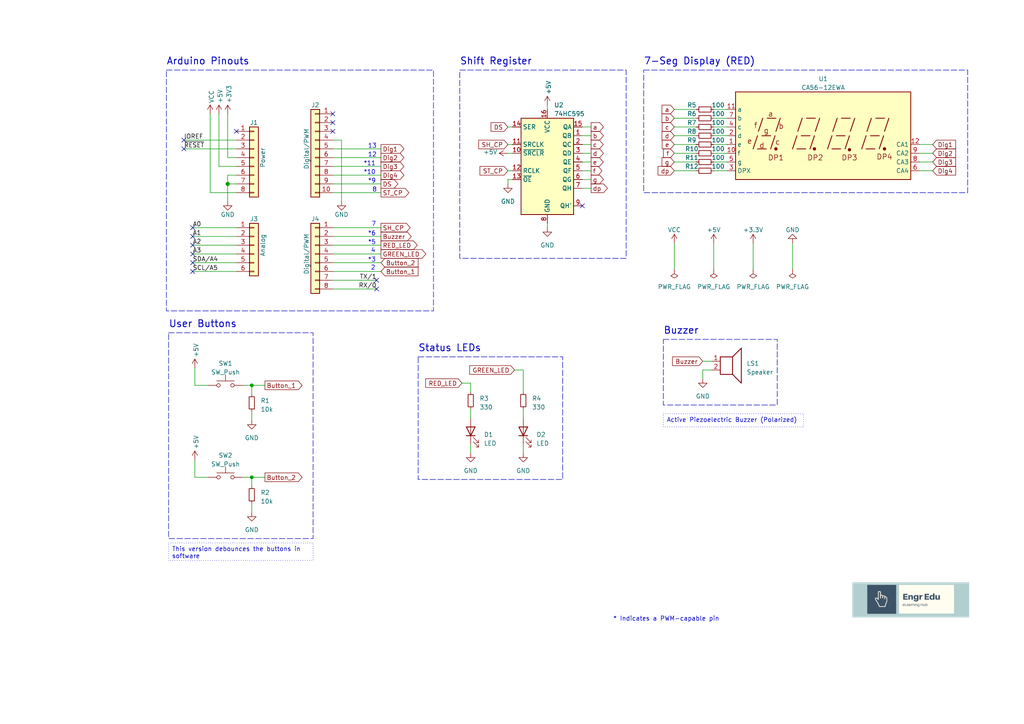
<source format=kicad_sch>
(kicad_sch (version 20230121) (generator eeschema)
  (paper "A4")
  (title_block (title "Arduino Uno Shield") (date "2023-03-22") (rev "1.0"))
  (lib_symbols
    (symbol "+5V_3" (power) (pin_names (offset 0))
      (property "Value" "+5V_3" (at 0 3.556 0))
      (symbol "+5V_3_0_1"
        (polyline (pts (xy -0.762 1.27) (xy 0 2.54)))
        (polyline (pts (xy 0 0) (xy 0 2.54)))
        (polyline (pts (xy 0 2.54) (xy 0.762 1.27)))
      )
      (symbol "+5V_3_1_1"
        (pin power_in line (at 0 0 90) (length 0) hide (name "+5V") (number "1"))
      )
    )
    (symbol "74xx:74HC595"
      (property "Reference" "U" (at -7.62 13.97 0))
      (property "Value" "74HC595" (at -7.62 -16.51 0))
      (symbol "74HC595_1_0"
        (pin tri_state line (at 10.16 7.62 180) (length 2.54) (name "QB") (number "1"))
        (pin input line (at -10.16 2.54 0) (length 2.54) (name "~{SRCLR}") (number "10"))
        (pin input line (at -10.16 5.08 0) (length 2.54) (name "SRCLK") (number "11"))
        (pin input line (at -10.16 -2.54 0) (length 2.54) (name "RCLK") (number "12"))
        (pin input line (at -10.16 -5.08 0) (length 2.54) (name "~{OE}") (number "13"))
        (pin input line (at -10.16 10.16 0) (length 2.54) (name "SER") (number "14"))
        (pin tri_state line (at 10.16 10.16 180) (length 2.54) (name "QA") (number "15"))
        (pin power_in line (at 0 15.24 270) (length 2.54) (name "VCC") (number "16"))
        (pin tri_state line (at 10.16 5.08 180) (length 2.54) (name "QC") (number "2"))
        (pin tri_state line (at 10.16 2.54 180) (length 2.54) (name "QD") (number "3"))
        (pin tri_state line (at 10.16 0 180) (length 2.54) (name "QE") (number "4"))
        (pin tri_state line (at 10.16 -2.54 180) (length 2.54) (name "QF") (number "5"))
        (pin tri_state line (at 10.16 -5.08 180) (length 2.54) (name "QG") (number "6"))
        (pin tri_state line (at 10.16 -7.62 180) (length 2.54) (name "QH") (number "7"))
        (pin power_in line (at 0 -17.78 90) (length 2.54) (name "GND") (number "8"))
        (pin output line (at 10.16 -12.7 180) (length 2.54) (name "QH'") (number "9"))
      )
      (symbol "74HC595_1_1"
        (rectangle (start -7.62 12.7) (end 7.62 -15.24) (stroke (width 0.254)) (fill (type background)))
      )
    )
    (symbol "Connector_Generic:Conn_01x06" (pin_names (offset 1.016) hide)
      (property "Reference" "J" (at 0 7.62 0))
      (property "Value" "Conn_01x06" (at 0 -10.16 0))
      (symbol "Conn_01x06_1_1"
        (rectangle (start -1.27 -7.493) (end 0 -7.747) (stroke (width 0.1524)))
        (rectangle (start -1.27 -4.953) (end 0 -5.207) (stroke (width 0.1524)))
        (rectangle (start -1.27 -2.413) (end 0 -2.667) (stroke (width 0.1524)))
        (rectangle (start -1.27 0.127) (end 0 -0.127) (stroke (width 0.1524)))
        (rectangle (start -1.27 2.667) (end 0 2.413) (stroke (width 0.1524)))
        (rectangle (start -1.27 5.207) (end 0 4.953) (stroke (width 0.1524)))
        (rectangle (start -1.27 6.35) (end 1.27 -8.89) (stroke (width 0.254)) (fill (type background)))
        (pin passive line (at -5.08 5.08 0) (length 3.81) (name "Pin_1") (number "1"))
        (pin passive line (at -5.08 2.54 0) (length 3.81) (name "Pin_2") (number "2"))
        (pin passive line (at -5.08 0 0) (length 3.81) (name "Pin_3") (number "3"))
        (pin passive line (at -5.08 -2.54 0) (length 3.81) (name "Pin_4") (number "4"))
        (pin passive line (at -5.08 -5.08 0) (length 3.81) (name "Pin_5") (number "5"))
        (pin passive line (at -5.08 -7.62 0) (length 3.81) (name "Pin_6") (number "6"))
      )
    )
    (symbol "Connector_Generic:Conn_01x08" (pin_names (offset 1.016) hide)
      (property "Reference" "J" (at 0 10.16 0))
      (property "Value" "Conn_01x08" (at 0 -12.7 0))
      (symbol "Conn_01x08_1_1"
        (rectangle (start -1.27 -10.033) (end 0 -10.287) (stroke (width 0.1524)))
        (rectangle (start -1.27 -7.493) (end 0 -7.747) (stroke (width 0.1524)))
        (rectangle (start -1.27 -4.953) (end 0 -5.207) (stroke (width 0.1524)))
        (rectangle (start -1.27 -2.413) (end 0 -2.667) (stroke (width 0.1524)))
        (rectangle (start -1.27 0.127) (end 0 -0.127) (stroke (width 0.1524)))
        (rectangle (start -1.27 2.667) (end 0 2.413) (stroke (width 0.1524)))
        (rectangle (start -1.27 5.207) (end 0 4.953) (stroke (width 0.1524)))
        (rectangle (start -1.27 7.747) (end 0 7.493) (stroke (width 0.1524)))
        (rectangle (start -1.27 8.89) (end 1.27 -11.43) (stroke (width 0.254)) (fill (type background)))
        (pin passive line (at -5.08 7.62 0) (length 3.81) (name "Pin_1") (number "1"))
        (pin passive line (at -5.08 5.08 0) (length 3.81) (name "Pin_2") (number "2"))
        (pin passive line (at -5.08 2.54 0) (length 3.81) (name "Pin_3") (number "3"))
        (pin passive line (at -5.08 0 0) (length 3.81) (name "Pin_4") (number "4"))
        (pin passive line (at -5.08 -2.54 0) (length 3.81) (name "Pin_5") (number "5"))
        (pin passive line (at -5.08 -5.08 0) (length 3.81) (name "Pin_6") (number "6"))
        (pin passive line (at -5.08 -7.62 0) (length 3.81) (name "Pin_7") (number "7"))
        (pin passive line (at -5.08 -10.16 0) (length 3.81) (name "Pin_8") (number "8"))
      )
    )
    (symbol "Connector_Generic:Conn_01x10" (pin_names (offset 1.016) hide)
      (property "Reference" "J" (at 0 12.7 0))
      (property "Value" "Conn_01x10" (at 0 -15.24 0))
      (symbol "Conn_01x10_1_1"
        (rectangle (start -1.27 -12.573) (end 0 -12.827) (stroke (width 0.1524)))
        (rectangle (start -1.27 -10.033) (end 0 -10.287) (stroke (width 0.1524)))
        (rectangle (start -1.27 -7.493) (end 0 -7.747) (stroke (width 0.1524)))
        (rectangle (start -1.27 -4.953) (end 0 -5.207) (stroke (width 0.1524)))
        (rectangle (start -1.27 -2.413) (end 0 -2.667) (stroke (width 0.1524)))
        (rectangle (start -1.27 0.127) (end 0 -0.127) (stroke (width 0.1524)))
        (rectangle (start -1.27 2.667) (end 0 2.413) (stroke (width 0.1524)))
        (rectangle (start -1.27 5.207) (end 0 4.953) (stroke (width 0.1524)))
        (rectangle (start -1.27 7.747) (end 0 7.493) (stroke (width 0.1524)))
        (rectangle (start -1.27 10.287) (end 0 10.033) (stroke (width 0.1524)))
        (rectangle (start -1.27 11.43) (end 1.27 -13.97) (stroke (width 0.254)) (fill (type background)))
        (pin passive line (at -5.08 10.16 0) (length 3.81) (name "Pin_1") (number "1"))
        (pin passive line (at -5.08 -12.7 0) (length 3.81) (name "Pin_10") (number "10"))
        (pin passive line (at -5.08 7.62 0) (length 3.81) (name "Pin_2") (number "2"))
        (pin passive line (at -5.08 5.08 0) (length 3.81) (name "Pin_3") (number "3"))
        (pin passive line (at -5.08 2.54 0) (length 3.81) (name "Pin_4") (number "4"))
        (pin passive line (at -5.08 0 0) (length 3.81) (name "Pin_5") (number "5"))
        (pin passive line (at -5.08 -2.54 0) (length 3.81) (name "Pin_6") (number "6"))
        (pin passive line (at -5.08 -5.08 0) (length 3.81) (name "Pin_7") (number "7"))
        (pin passive line (at -5.08 -7.62 0) (length 3.81) (name "Pin_8") (number "8"))
        (pin passive line (at -5.08 -10.16 0) (length 3.81) (name "Pin_9") (number "9"))
      )
    )
    (symbol "Device:LED" (pin_numbers hide) (pin_names (offset 1.016) hide)
      (property "Reference" "D" (at 0 2.54 0))
      (property "Value" "LED" (at 0 -2.54 0))
      (symbol "LED_0_1"
        (polyline (pts (xy -1.27 -1.27) (xy -1.27 1.27)) (stroke (width 0.254)))
        (polyline (pts (xy -1.27 0) (xy 1.27 0)))
        (polyline (pts (xy 1.27 -1.27) (xy 1.27 1.27) (xy -1.27 0) (xy 1.27 -1.27)) (stroke (width 0.254)))
        (polyline (pts (xy -3.048 -0.762) (xy -4.572 -2.286) (xy -3.81 -2.286) (xy -4.572 -2.286) (xy -4.572 -1.524)))
        (polyline (pts (xy -1.778 -0.762) (xy -3.302 -2.286) (xy -2.54 -2.286) (xy -3.302 -2.286) (xy -3.302 -1.524)))
      )
      (symbol "LED_1_1"
        (pin passive line (at -3.81 0 0) (length 2.54) (name "K") (number "1"))
        (pin passive line (at 3.81 0 180) (length 2.54) (name "A") (number "2"))
      )
    )
    (symbol "Device:R_Small" (pin_numbers hide) (pin_names (offset 0.254) hide)
      (property "Reference" "R" (at 0.762 0.508 0))
      (property "Value" "R_Small" (at 0.762 -1.016 0))
      (symbol "R_Small_0_1"
        (rectangle (start -0.762 1.778) (end 0.762 -1.778) (stroke (width 0.2032)))
      )
      (symbol "R_Small_1_1"
        (pin passive line (at 0 2.54 270) (length 0.762) (name "~") (number "1"))
        (pin passive line (at 0 -2.54 90) (length 0.762) (name "~") (number "2"))
      )
    )
    (symbol "Device:Speaker" (pin_names (offset 0) hide)
      (property "Reference" "LS" (at 1.27 5.715 0))
      (property "Value" "Speaker" (at 1.27 3.81 0))
      (symbol "Speaker_0_0"
        (rectangle (start -2.54 1.27) (end 1.016 -3.81) (stroke (width 0.254)))
        (polyline (pts (xy 1.016 1.27) (xy 3.556 3.81) (xy 3.556 -6.35) (xy 1.016 -3.81)) (stroke (width 0.254)))
      )
      (symbol "Speaker_1_1"
        (pin input line (at -5.08 0 0) (length 2.54) (name "1") (number "1"))
        (pin input line (at -5.08 -2.54 0) (length 2.54) (name "2") (number "2"))
      )
    )
    (symbol "Display_Character:CA56-12EWA"
      (property "Reference" "U" (at -24.13 13.97 0))
      (property "Value" "CA56-12EWA" (at 19.05 13.97 0))
      (symbol "CA56-12EWA_0_0"
        (rectangle (start -25.4 12.7) (end 25.4 -12.7) (stroke (width 0.254)) (fill (type background)))
        (polyline (pts (xy -20.32 -3.81) (xy -19.05 0)) (stroke (width 0.254)))
        (polyline (pts (xy -19.05 -3.81) (xy -16.51 -3.81)) (stroke (width 0.254)))
        (polyline (pts (xy -18.796 1.27) (xy -17.526 5.08)) (stroke (width 0.254)))
        (polyline (pts (xy -17.78 0) (xy -15.24 0)) (stroke (width 0.254)))
        (polyline (pts (xy -16.256 5.08) (xy -13.716 5.08)) (stroke (width 0.254)))
        (polyline (pts (xy -15.24 -3.81) (xy -13.97 0)) (stroke (width 0.254)))
        (polyline (pts (xy -13.716 1.27) (xy -12.446 5.08)) (stroke (width 0.254)))
        (polyline (pts (xy -8.89 -3.81) (xy -7.62 0)) (stroke (width 0.254)))
        (polyline (pts (xy -7.62 -3.81) (xy -5.08 -3.81)) (stroke (width 0.254)))
        (polyline (pts (xy -7.366 1.27) (xy -6.096 5.08)) (stroke (width 0.254)))
        (polyline (pts (xy -6.35 0) (xy -3.81 0)) (stroke (width 0.254)))
        (polyline (pts (xy -4.826 5.08) (xy -2.286 5.08)) (stroke (width 0.254)))
        (polyline (pts (xy -3.81 -3.81) (xy -2.54 0)) (stroke (width 0.254)))
        (polyline (pts (xy -2.286 1.27) (xy -1.016 5.08)) (stroke (width 0.254)))
        (polyline (pts (xy 1.27 -3.81) (xy 2.54 0)) (stroke (width 0.254)))
        (polyline (pts (xy 2.54 -3.81) (xy 5.08 -3.81)) (stroke (width 0.254)))
        (polyline (pts (xy 2.794 1.27) (xy 4.064 5.08)) (stroke (width 0.254)))
        (polyline (pts (xy 3.81 0) (xy 6.35 0)) (stroke (width 0.254)))
        (polyline (pts (xy 5.334 5.08) (xy 7.874 5.08)) (stroke (width 0.254)))
        (polyline (pts (xy 6.35 -3.81) (xy 7.62 0)) (stroke (width 0.254)))
        (polyline (pts (xy 7.874 1.27) (xy 9.144 5.08)) (stroke (width 0.254)))
        (polyline (pts (xy 11.176 -3.81) (xy 12.446 0)) (stroke (width 0.254)))
        (polyline (pts (xy 12.446 -3.81) (xy 14.986 -3.81)) (stroke (width 0.254)))
        (polyline (pts (xy 12.7 1.27) (xy 13.97 5.08)) (stroke (width 0.254)))
        (polyline (pts (xy 13.716 0) (xy 16.256 0)) (stroke (width 0.254)))
        (polyline (pts (xy 15.24 5.08) (xy 17.78 5.08)) (stroke (width 0.254)))
        (polyline (pts (xy 16.256 -3.81) (xy 17.526 0)) (stroke (width 0.254)))
        (polyline (pts (xy 17.78 1.27) (xy 19.05 5.08)) (stroke (width 0.254)))
        (text "a" (at -15.24 6.35 0) (effects (font (size 1.524 1.524))))
        (text "b" (at -12.192 2.794 0) (effects (font (size 1.524 1.524))))
        (text "c" (at -13.208 -1.778 0) (effects (font (size 1.524 1.524))))
        (text "d" (at -17.78 -2.794 0) (effects (font (size 1.524 1.524))))
        (text "DP1" (at -13.716 -6.35 0) (effects (font (size 1.524 1.524))))
        (text "DP2" (at -2.286 -6.35 0) (effects (font (size 1.524 1.524))))
        (text "DP3" (at 7.62 -6.35 0) (effects (font (size 1.524 1.524))))
        (text "DP4" (at 17.78 -6.096 0) (effects (font (size 1.524 1.524))))
        (text "e" (at -21.336 -1.524 0) (effects (font (size 1.524 1.524))))
        (text "f" (at -19.558 3.048 0) (effects (font (size 1.524 1.524))))
        (text "g" (at -16.51 1.524 0) (effects (font (size 1.524 1.524))))
      )
      (symbol "CA56-12EWA_0_1"
        (circle (center -13.716 -3.81) (radius 0.3556) (stroke (width 0.254)) (fill (type outline)))
        (circle (center -2.54 -3.81) (radius 0.3556) (stroke (width 0.254)) (fill (type outline)))
      )
      (symbol "CA56-12EWA_1_0"
        (circle (center 7.62 -4.064) (radius 0.3556) (stroke (width 0.254)) (fill (type outline)))
        (circle (center 17.78 -3.81) (radius 0.3556) (stroke (width 0.254)) (fill (type outline)))
      )
      (symbol "CA56-12EWA_1_1"
        (pin input line (at -27.94 -2.54 0) (length 2.54) (name "e") (number "1"))
        (pin input line (at -27.94 -5.08 0) (length 2.54) (name "f") (number "10"))
        (pin input line (at -27.94 7.62 0) (length 2.54) (name "a") (number "11"))
        (pin input line (at 27.94 -2.54 180) (length 2.54) (name "CA1") (number "12"))
        (pin input line (at -27.94 0 0) (length 2.54) (name "d") (number "2"))
        (pin input line (at -27.94 -10.16 0) (length 2.54) (name "DPX") (number "3"))
        (pin input line (at -27.94 2.54 0) (length 2.54) (name "c") (number "4"))
        (pin input line (at -27.94 -7.62 0) (length 2.54) (name "g") (number "5"))
        (pin input line (at 27.94 -10.16 180) (length 2.54) (name "CA4") (number "6"))
        (pin input line (at -27.94 5.08 0) (length 2.54) (name "b") (number "7"))
        (pin input line (at 27.94 -7.62 180) (length 2.54) (name "CA3") (number "8"))
        (pin input line (at 27.94 -5.08 180) (length 2.54) (name "CA2") (number "9"))
      )
    )
    (symbol "GND_1" (power) (pin_names (offset 0))
      (property "Value" "GND_1" (at 0 -3.81 0))
      (symbol "GND_1_0_1"
        (polyline (pts (xy 0 0) (xy 0 -1.27) (xy 1.27 -1.27) (xy 0 -2.54) (xy -1.27 -1.27) (xy 0 -1.27)))
      )
      (symbol "GND_1_1_1"
        (pin power_in line (at 0 0 270) (length 0) hide (name "GND") (number "1"))
      )
    )
    (symbol "GND_2" (power) (pin_names (offset 0))
      (property "Value" "GND_2" (at 0 -3.81 0))
      (symbol "GND_2_0_1"
        (polyline (pts (xy 0 0) (xy 0 -1.27) (xy 1.27 -1.27) (xy 0 -2.54) (xy -1.27 -1.27) (xy 0 -1.27)))
      )
      (symbol "GND_2_1_1"
        (pin power_in line (at 0 0 270) (length 0) hide (name "GND") (number "1"))
      )
    )
    (symbol "GND_3" (power) (pin_names (offset 0))
      (property "Value" "GND_3" (at 0 -3.81 0))
      (symbol "GND_3_0_1"
        (polyline (pts (xy 0 0) (xy 0 -1.27) (xy 1.27 -1.27) (xy 0 -2.54) (xy -1.27 -1.27) (xy 0 -1.27)))
      )
      (symbol "GND_3_1_1"
        (pin power_in line (at 0 0 270) (length 0) hide (name "GND") (number "1"))
      )
    )
    (symbol "GND_7" (power) (pin_names (offset 0))
      (property "Value" "GND_7" (at 0 -3.81 0))
      (symbol "GND_7_0_1"
        (polyline (pts (xy 0 0) (xy 0 -1.27) (xy 1.27 -1.27) (xy 0 -2.54) (xy -1.27 -1.27) (xy 0 -1.27)))
      )
      (symbol "GND_7_1_1"
        (pin power_in line (at 0 0 270) (length 0) hide (name "GND") (number "1"))
      )
    )
    (symbol "Switch:SW_Push" (pin_numbers hide) (pin_names (offset 1.016) hide)
      (property "Reference" "SW" (at 1.27 2.54 0))
      (property "Value" "SW_Push" (at 0 -1.524 0))
      (symbol "SW_Push_0_1"
        (circle (center -2.032 0) (radius 0.508))
        (polyline (pts (xy 0 1.27) (xy 0 3.048)))
        (polyline (pts (xy 2.54 1.27) (xy -2.54 1.27)))
        (circle (center 2.032 0) (radius 0.508))
        (pin passive line (at -5.08 0 0) (length 2.54) (name "1") (number "1"))
        (pin passive line (at 5.08 0 180) (length 2.54) (name "2") (number "2"))
      )
    )
    (symbol "VCC_1" (power) (pin_names (offset 0))
      (property "Value" "VCC_1" (at 0 3.81 0))
      (symbol "VCC_1_0_1"
        (polyline (pts (xy -0.762 1.27) (xy 0 2.54)))
        (polyline (pts (xy 0 0) (xy 0 2.54)))
        (polyline (pts (xy 0 2.54) (xy 0.762 1.27)))
      )
      (symbol "VCC_1_1_1"
        (pin power_in line (at 0 0 90) (length 0) hide (name "VCC") (number "1"))
      )
    )
    (symbol "power:+3.3V" (power) (pin_names (offset 0))
      (property "Value" "+3.3V" (at 0 3.556 0))
      (symbol "+3.3V_0_1"
        (polyline (pts (xy -0.762 1.27) (xy 0 2.54)))
        (polyline (pts (xy 0 0) (xy 0 2.54)))
        (polyline (pts (xy 0 2.54) (xy 0.762 1.27)))
      )
      (symbol "+3.3V_1_1"
        (pin power_in line (at 0 0 90) (length 0) hide (name "+3.3V") (number "1"))
      )
    )
    (symbol "power:+3V3" (power) (pin_names (offset 0))
      (property "Value" "+3V3" (at 0 3.556 0))
      (symbol "+3V3_0_1"
        (polyline (pts (xy -0.762 1.27) (xy 0 2.54)))
        (polyline (pts (xy 0 0) (xy 0 2.54)))
        (polyline (pts (xy 0 2.54) (xy 0.762 1.27)))
      )
      (symbol "+3V3_1_1"
        (pin power_in line (at 0 0 90) (length 0) hide (name "+3V3") (number "1"))
      )
    )
    (symbol "power:+5V" (power) (pin_names (offset 0))
      (property "Value" "+5V" (at 0 3.556 0))
      (symbol "+5V_0_1"
        (polyline (pts (xy -0.762 1.27) (xy 0 2.54)))
        (polyline (pts (xy 0 0) (xy 0 2.54)))
        (polyline (pts (xy 0 2.54) (xy 0.762 1.27)))
      )
      (symbol "+5V_1_1"
        (pin power_in line (at 0 0 90) (length 0) hide (name "+5V") (number "1"))
      )
    )
    (symbol "power:GND" (power) (pin_names (offset 0))
      (property "Value" "GND" (at 0 -3.81 0))
      (symbol "GND_0_1"
        (polyline (pts (xy 0 0) (xy 0 -1.27) (xy 1.27 -1.27) (xy 0 -2.54) (xy -1.27 -1.27) (xy 0 -1.27)))
      )
      (symbol "GND_1_1"
        (pin power_in line (at 0 0 270) (length 0) hide (name "GND") (number "1"))
      )
    )
    (symbol "power:PWR_FLAG" (power) (pin_numbers hide) (pin_names (offset 0) hide)
      (property "Value" "PWR_FLAG" (at 0 3.81 0))
      (symbol "PWR_FLAG_0_0"
        (pin power_out line (at 0 0 90) (length 0) (name "pwr") (number "1"))
      )
      (symbol "PWR_FLAG_0_1"
        (polyline (pts (xy 0 0) (xy 0 1.27) (xy -1.016 1.905) (xy 0 2.54) (xy 1.016 1.905) (xy 0 1.27)))
      )
    )
    (symbol "power:VCC" (power) (pin_names (offset 0))
      (property "Value" "VCC" (at 0 3.81 0))
      (symbol "VCC_0_1"
        (polyline (pts (xy -0.762 1.27) (xy 0 2.54)))
        (polyline (pts (xy 0 0) (xy 0 2.54)))
        (polyline (pts (xy 0 2.54) (xy 0.762 1.27)))
      )
      (symbol "VCC_1_1"
        (pin power_in line (at 0 0 90) (length 0) hide (name "VCC") (number "1"))
      )
    )
  )
  (junction (at 66.04 53.34) (diameter 1.016))
  (junction (at 73.025 138.43))
  (junction (at 73.025 111.76))
  (no_connect (at 96.52 33.02))
  (no_connect (at 96.52 38.1))
  (no_connect (at 53.34 43.18))
  (no_connect (at 55.88 78.74))
  (no_connect (at 168.91 59.69))
  (no_connect (at 68.58 38.1))
  (no_connect (at 55.88 71.12))
  (no_connect (at 55.88 76.2))
  (no_connect (at 55.88 73.66))
  (no_connect (at 55.88 68.58))
  (no_connect (at 109.22 83.82))
  (no_connect (at 53.34 40.64))
  (no_connect (at 109.22 81.28))
  (no_connect (at 96.52 35.56))
  (no_connect (at 55.88 66.04))
  (wire (pts (xy 96.52 83.82) (xy 109.22 83.82)))
  (wire (pts (xy 158.75 64.77) (xy 158.75 66.04)))
  (wire (pts (xy 96.52 50.8) (xy 110.49 50.8)))
  (wire (pts (xy 207.01 70.485) (xy 207.01 78.105)))
  (wire (pts (xy 73.025 138.43) (xy 73.025 140.97)))
  (wire (pts (xy 207.01 36.83) (xy 210.82 36.83)))
  (wire (pts (xy 66.04 50.8) (xy 66.04 53.34)))
  (wire (pts (xy 203.835 107.315) (xy 203.835 109.855)))
  (wire (pts (xy 168.91 36.83) (xy 171.45 36.83)))
  (wire (pts (xy 73.025 138.43) (xy 76.835 138.43)))
  (wire (pts (xy 60.325 111.76) (xy 56.515 111.76)))
  (wire (pts (xy 218.44 70.485) (xy 218.44 78.105)))
  (wire (pts (xy 73.025 111.76) (xy 73.025 114.3)))
  (wire (pts (xy 66.04 53.34) (xy 66.04 58.42)))
  (wire (pts (xy 136.525 118.745) (xy 136.525 121.285)))
  (wire (pts (xy 63.5 48.26) (xy 68.58 48.26)))
  (wire (pts (xy 147.32 41.91) (xy 148.59 41.91)))
  (wire (pts (xy 63.5 33.02) (xy 63.5 48.26)))
  (wire (pts (xy 55.88 78.74) (xy 68.58 78.74)))
  (wire (pts (xy 96.52 43.18) (xy 110.49 43.18)))
  (wire (pts (xy 96.52 66.04) (xy 110.49 66.04)))
  (wire (pts (xy 195.58 36.83) (xy 201.93 36.83)))
  (wire (pts (xy 203.835 104.775) (xy 206.375 104.775)))
  (wire (pts (xy 68.58 66.04) (xy 55.88 66.04)))
  (wire (pts (xy 266.7 44.45) (xy 270.51 44.45)))
  (wire (pts (xy 96.52 45.72) (xy 110.49 45.72)))
  (wire (pts (xy 151.765 107.315) (xy 151.765 113.665)))
  (wire (pts (xy 96.52 68.58) (xy 110.49 68.58)))
  (wire (pts (xy 195.58 34.29) (xy 201.93 34.29)))
  (wire (pts (xy 148.59 52.07) (xy 147.32 52.07)))
  (wire (pts (xy 151.765 118.745) (xy 151.765 121.285)))
  (wire (pts (xy 195.58 41.91) (xy 201.93 41.91)))
  (wire (pts (xy 158.75 30.48) (xy 158.75 31.75)))
  (wire (pts (xy 96.52 53.34) (xy 110.49 53.34)))
  (wire (pts (xy 149.225 107.315) (xy 151.765 107.315)))
  (wire (pts (xy 96.52 73.66) (xy 110.49 73.66)))
  (wire (pts (xy 195.58 44.45) (xy 201.93 44.45)))
  (wire (pts (xy 53.34 40.64) (xy 68.58 40.64)))
  (wire (pts (xy 147.32 36.83) (xy 148.59 36.83)))
  (wire (pts (xy 207.01 31.75) (xy 210.82 31.75)))
  (wire (pts (xy 73.025 111.76) (xy 76.835 111.76)))
  (wire (pts (xy 151.765 128.905) (xy 151.765 131.445)))
  (wire (pts (xy 168.91 49.53) (xy 171.45 49.53)))
  (wire (pts (xy 266.7 46.99) (xy 270.51 46.99)))
  (wire (pts (xy 99.06 40.64) (xy 99.06 58.42)))
  (wire (pts (xy 147.32 44.45) (xy 148.59 44.45)))
  (wire (pts (xy 207.01 39.37) (xy 210.82 39.37)))
  (wire (pts (xy 70.485 111.76) (xy 73.025 111.76)))
  (wire (pts (xy 68.58 71.12) (xy 55.88 71.12)))
  (wire (pts (xy 53.34 43.18) (xy 68.58 43.18)))
  (wire (pts (xy 68.58 53.34) (xy 66.04 53.34)))
  (wire (pts (xy 195.58 49.53) (xy 201.93 49.53)))
  (wire (pts (xy 206.375 107.315) (xy 203.835 107.315)))
  (wire (pts (xy 68.58 55.88) (xy 60.96 55.88)))
  (wire (pts (xy 55.88 68.58) (xy 68.58 68.58)))
  (wire (pts (xy 147.32 52.07) (xy 147.32 53.34)))
  (wire (pts (xy 207.01 46.99) (xy 210.82 46.99)))
  (wire (pts (xy 168.91 41.91) (xy 171.45 41.91)))
  (wire (pts (xy 207.01 34.29) (xy 210.82 34.29)))
  (wire (pts (xy 195.58 39.37) (xy 201.93 39.37)))
  (wire (pts (xy 207.01 44.45) (xy 210.82 44.45)))
  (wire (pts (xy 195.58 70.485) (xy 195.58 78.105)))
  (wire (pts (xy 96.52 40.64) (xy 99.06 40.64)))
  (wire (pts (xy 68.58 50.8) (xy 66.04 50.8)))
  (wire (pts (xy 73.025 119.38) (xy 73.025 121.92)))
  (wire (pts (xy 168.91 44.45) (xy 171.45 44.45)))
  (wire (pts (xy 96.52 48.26) (xy 110.49 48.26)))
  (wire (pts (xy 266.7 49.53) (xy 270.51 49.53)))
  (wire (pts (xy 168.91 46.99) (xy 171.45 46.99)))
  (wire (pts (xy 56.515 111.76) (xy 56.515 106.68)))
  (wire (pts (xy 168.91 39.37) (xy 171.45 39.37)))
  (wire (pts (xy 96.52 71.12) (xy 110.49 71.12)))
  (wire (pts (xy 73.025 146.05) (xy 73.025 148.59)))
  (wire (pts (xy 55.88 73.66) (xy 68.58 73.66)))
  (wire (pts (xy 195.58 31.75) (xy 201.93 31.75)))
  (wire (pts (xy 195.58 46.99) (xy 201.93 46.99)))
  (wire (pts (xy 136.525 111.125) (xy 136.525 113.665)))
  (wire (pts (xy 136.525 128.905) (xy 136.525 131.445)))
  (wire (pts (xy 56.515 138.43) (xy 56.515 133.35)))
  (wire (pts (xy 66.04 45.72) (xy 66.04 33.02)))
  (wire (pts (xy 96.52 78.74) (xy 110.49 78.74)))
  (wire (pts (xy 207.01 41.91) (xy 210.82 41.91)))
  (wire (pts (xy 96.52 76.2) (xy 110.49 76.2)))
  (wire (pts (xy 168.91 54.61) (xy 171.45 54.61)))
  (wire (pts (xy 229.87 70.485) (xy 229.87 78.105)))
  (wire (pts (xy 266.7 41.91) (xy 270.51 41.91)))
  (wire (pts (xy 60.325 138.43) (xy 56.515 138.43)))
  (wire (pts (xy 147.32 49.53) (xy 148.59 49.53)))
  (wire (pts (xy 70.485 138.43) (xy 73.025 138.43)))
  (wire (pts (xy 96.52 81.28) (xy 109.22 81.28)))
  (wire (pts (xy 60.96 55.88) (xy 60.96 33.02)))
  (wire (pts (xy 133.985 111.125) (xy 136.525 111.125)))
  (wire (pts (xy 68.58 45.72) (xy 66.04 45.72)))
  (wire (pts (xy 68.58 76.2) (xy 55.88 76.2)))
  (wire (pts (xy 168.91 52.07) (xy 171.45 52.07)))
  (wire (pts (xy 96.52 55.88) (xy 110.49 55.88)))
  (wire (pts (xy 207.01 49.53) (xy 210.82 49.53)))
  (rectangle (start 121.285 103.505) (end 163.195 139.065) (stroke (width 0) (type dash)))
  (rectangle (start 192.405 98.425) (end 225.425 117.475) (stroke (width 0) (type dash)))
  (rectangle (start 48.26 20.32) (end 125.73 90.17) (stroke (width 0) (type dash)))
  (rectangle (start 48.895 96.52) (end 90.805 156.21) (stroke (width 0) (type dash)))
  (rectangle (start 133.35 20.32) (end 181.61 74.93) (stroke (width 0) (type dash)))
  (rectangle (start 186.69 20.32) (end 280.67 55.88) (stroke (width 0) (type dash)))
  (image (at 264.16 173.99) (scale 0.800628))
  (text_box "Active Piezoelectric Buzzer (Polarized)" (at 192.405 120.015 0) (size 40.64 3.81) (stroke (width 0) (type dot)) (effects (font (size 1.27 1.27)) (justify left top)))
  (text_box "This version debounces the buttons in software" (at 48.895 157.48 0) (size 41.91 5.08) (stroke (width 0) (type dot)) (effects (font (size 1.27 1.27)) (justify left top)))
  (text "Shift Register" (at 133.35 19.05 0) (effects (font (size 2 2) (thickness 0.254) bold) (justify left bottom)))
  (text "*10\n" (at 105.41 50.8 0) (effects (font (size 1.27 1.27)) (justify left bottom)))
  (text "*5\n" (at 106.68 71.12 0) (effects (font (size 1.27 1.27)) (justify left bottom)))
  (text "2" (at 107.5197 78.5097 0) (effects (font (size 1.27 1.27)) (justify left bottom)))
  (text "8\n" (at 107.95 55.88 0) (effects (font (size 1.27 1.27)) (justify left bottom)))
  (text "*6" (at 106.68 68.58 0) (effects (font (size 1.27 1.27)) (justify left bottom)))
  (text "12\n" (at 106.68 45.72 0) (effects (font (size 1.27 1.27)) (justify left bottom)))
  (text "*3" (at 106.68 76.2 0) (effects (font (size 1.27 1.27)) (justify left bottom)))
  (text "13\n" (at 106.68 43.18 0) (effects (font (size 1.27 1.27)) (justify left bottom)))
  (text "7" (at 107.7116 65.8176 0) (effects (font (size 1.27 1.27)) (justify left bottom)))
  (text "Status LEDs" (at 121.285 102.235 0) (effects (font (size 2 2) (thickness 0.254) bold) (justify left bottom)))
  (text "Arduino Pinouts" (at 48.26 19.05 0) (effects (font (size 2 2) (thickness 0.254) bold) (justify left bottom)))
  (text "User Buttons" (at 48.895 95.25 0) (effects (font (size 2 2) (thickness 0.254) bold) (justify left bottom)))
  (text "Buzzer" (at 192.405 97.155 0) (effects (font (size 2 2) (thickness 0.254) bold) (justify left bottom)))
  (text "* Indicates a PWM-capable pin" (at 177.8 180.34 0) (effects (font (size 1.27 1.27)) (justify left bottom)))
  (text "7-Seg Display (RED)" (at 186.69 19.05 0) (effects (font (size 2 2) (thickness 0.254) bold) (justify left bottom)))
  (text "4" (at 107.5437 73.5192 0) (effects (font (size 1.27 1.27)) (justify left bottom)))
  (text "*11" (at 105.41 48.26 0) (effects (font (size 1.27 1.27)) (justify left bottom)))
  (text "*9\n" (at 106.68 53.34 0) (effects (font (size 1.27 1.27)) (justify left bottom)))
  (label "RX{slash}0" (at 109.22 83.82 180))
  (label "A2" (at 55.88 71.12 0))
  (label "A3" (at 55.88 73.66 0))
  (label "~{RESET}" (at 53.34 43.18 0))
  (label "A1" (at 55.88 68.58 0))
  (label "TX{slash}1" (at 109.22 81.28 180))
  (label "A0" (at 55.88 66.04 0))
  (label "IOREF" (at 53.34 40.64 0))
  (label "SDA{slash}A4" (at 55.88 76.2 0))
  (label "SCL{slash}A5" (at 55.88 78.74 0))
  (global_label "e" (shape output) (at 171.45 46.99 0) (property "Intersheetrefs" "${INTERSHEET_REFS}" (effects hide)))
  (global_label "Button_1" (shape output) (at 76.835 111.76 0) (property "Intersheetrefs" "${INTERSHEET_REFS}" (effects hide)))
  (global_label "Button_1" (shape input) (at 110.49 78.74 0) (property "Intersheetrefs" "${INTERSHEET_REFS}" (effects hide)))
  (global_label "g" (shape output) (at 171.45 52.07 0) (property "Intersheetrefs" "${INTERSHEET_REFS}" (effects hide)))
  (global_label "dp" (shape output) (at 171.45 54.61 0) (property "Intersheetrefs" "${INTERSHEET_REFS}" (effects hide)))
  (global_label "ST_CP" (shape output) (at 110.49 55.88 0) (property "Intersheetrefs" "${INTERSHEET_REFS}" (effects hide)))
  (global_label "b" (shape input) (at 195.58 34.29 180) (property "Intersheetrefs" "${INTERSHEET_REFS}" (effects hide)))
  (global_label "f" (shape output) (at 171.45 49.53 0) (property "Intersheetrefs" "${INTERSHEET_REFS}" (effects hide)))
  (global_label "ST_CP" (shape input) (at 147.32 49.53 180) (property "Intersheetrefs" "${INTERSHEET_REFS}" (effects hide)))
  (global_label "d" (shape input) (at 195.58 39.37 180) (property "Intersheetrefs" "${INTERSHEET_REFS}" (effects hide)))
  (global_label "a" (shape input) (at 195.58 31.75 180) (property "Intersheetrefs" "${INTERSHEET_REFS}" (effects hide)))
  (global_label "c" (shape output) (at 171.45 41.91 0) (property "Intersheetrefs" "${INTERSHEET_REFS}" (effects hide)))
  (global_label "Dig1" (shape output) (at 110.49 43.18 0) (property "Intersheetrefs" "${INTERSHEET_REFS}" (effects hide)))
  (global_label "Buzzer" (shape output) (at 110.49 68.58 0) (property "Intersheetrefs" "${INTERSHEET_REFS}" (effects hide)))
  (global_label "g" (shape input) (at 195.58 46.99 180) (property "Intersheetrefs" "${INTERSHEET_REFS}" (effects hide)))
  (global_label "Button_2" (shape input) (at 110.49 76.2 0) (property "Intersheetrefs" "${INTERSHEET_REFS}" (effects hide)))
  (global_label "Dig1" (shape input) (at 270.51 41.91 0) (property "Intersheetrefs" "${INTERSHEET_REFS}" (effects hide)))
  (global_label "Dig4" (shape output) (at 110.49 50.8 0) (property "Intersheetrefs" "${INTERSHEET_REFS}" (effects hide)))
  (global_label "GREEN_LED" (shape input) (at 149.225 107.315 180) (property "Intersheetrefs" "${INTERSHEET_REFS}" (effects hide)))
  (global_label "a" (shape output) (at 171.45 36.83 0) (property "Intersheetrefs" "${INTERSHEET_REFS}" (effects hide)))
  (global_label "SH_CP" (shape output) (at 110.49 66.04 0) (property "Intersheetrefs" "${INTERSHEET_REFS}" (effects hide)))
  (global_label "Dig2" (shape input) (at 270.51 44.45 0) (property "Intersheetrefs" "${INTERSHEET_REFS}" (effects hide)))
  (global_label "Dig3" (shape output) (at 110.49 48.26 0) (property "Intersheetrefs" "${INTERSHEET_REFS}" (effects hide)))
  (global_label "DS" (shape input) (at 147.32 36.83 180) (property "Intersheetrefs" "${INTERSHEET_REFS}" (effects hide)))
  (global_label "SH_CP" (shape input) (at 147.32 41.91 180) (property "Intersheetrefs" "${INTERSHEET_REFS}" (effects hide)))
  (global_label "Button_2" (shape output) (at 76.835 138.43 0) (property "Intersheetrefs" "${INTERSHEET_REFS}" (effects hide)))
  (global_label "Dig4" (shape input) (at 270.51 49.53 0) (property "Intersheetrefs" "${INTERSHEET_REFS}" (effects hide)))
  (global_label "c" (shape input) (at 195.58 36.83 180) (property "Intersheetrefs" "${INTERSHEET_REFS}" (effects hide)))
  (global_label "Dig2" (shape output) (at 110.49 45.72 0) (property "Intersheetrefs" "${INTERSHEET_REFS}" (effects hide)))
  (global_label "dp" (shape input) (at 195.58 49.53 180) (property "Intersheetrefs" "${INTERSHEET_REFS}" (effects hide)))
  (global_label "Dig3" (shape input) (at 270.51 46.99 0) (property "Intersheetrefs" "${INTERSHEET_REFS}" (effects hide)))
  (global_label "Buzzer" (shape input) (at 203.835 104.775 180) (property "Intersheetrefs" "${INTERSHEET_REFS}" (effects hide)))
  (global_label "RED_LED" (shape output) (at 110.49 71.12 0) (property "Intersheetrefs" "${INTERSHEET_REFS}" (effects hide)))
  (global_label "d" (shape output) (at 171.45 44.45 0) (property "Intersheetrefs" "${INTERSHEET_REFS}" (effects hide)))
  (global_label "e" (shape input) (at 195.58 41.91 180) (property "Intersheetrefs" "${INTERSHEET_REFS}" (effects hide)))
  (global_label "DS" (shape output) (at 110.49 53.34 0) (property "Intersheetrefs" "${INTERSHEET_REFS}" (effects hide)))
  (global_label "GREEN_LED" (shape output) (at 110.49 73.66 0) (property "Intersheetrefs" "${INTERSHEET_REFS}" (effects hide)))
  (global_label "f" (shape input) (at 195.58 44.45 180) (property "Intersheetrefs" "${INTERSHEET_REFS}" (effects hide)))
  (global_label "b" (shape output) (at 171.45 39.37 0) (property "Intersheetrefs" "${INTERSHEET_REFS}" (effects hide)))
  (global_label "RED_LED" (shape input) (at 133.985 111.125 180) (property "Intersheetrefs" "${INTERSHEET_REFS}" (effects hide)))
  (symbol (lib_id "Connector_Generic:Conn_01x08") (at 73.66 45.72 0) (unit 1)
    (property "Reference" "J1" (at 73.66 35.56 0))
    (property "Value" "Power" (at 76.2 45.72 90))
    (property "Footprint" "Connector_PinSocket_2.54mm:PinSocket_1x08_P2.54mm_Vertical" (effects hide))
  )
  (symbol (lib_id "power:+3V3") (at 66.04 33.02 0) (unit 1)
    (property "Reference" "#PWR03" (effects hide))
    (property "Value" "+3.3V" (at 66.421 29.972 90) (effects (justify left)))
  )
  (symbol (lib_id "power:+5V") (at 63.5 33.02 0) (unit 1)
    (property "Reference" "#PWR02" (effects hide))
    (property "Value" "+5V" (at 63.8556 29.972 90) (effects (justify left)))
  )
  (symbol (lib_id "power:GND") (at 66.04 58.42 0) (unit 1)
    (property "Reference" "#PWR04" (effects hide))
    (property "Value" "GND" (at 66.04 62.23 0))
  )
  (symbol (lib_id "Connector_Generic:Conn_01x10") (at 91.44 43.18 0) (mirror y) (unit 1)
    (property "Reference" "J2" (at 91.44 30.48 0))
    (property "Value" "Digital/PWM" (at 88.9 43.18 90))
    (property "Footprint" "Connector_PinSocket_2.54mm:PinSocket_1x10_P2.54mm_Vertical" (effects hide))
  )
  (symbol (lib_id "power:GND") (at 99.06 58.42 0) (unit 1)
    (property "Reference" "#PWR05" (effects hide))
    (property "Value" "GND" (at 99.06 62.23 0))
  )
  (symbol (lib_id "Connector_Generic:Conn_01x06") (at 73.66 71.12 0) (unit 1)
    (property "Reference" "J3" (at 73.66 63.5 0))
    (property "Value" "Analog" (at 76.2 71.12 90))
    (property "Footprint" "Connector_PinSocket_2.54mm:PinSocket_1x06_P2.54mm_Vertical" (effects hide))
  )
  (symbol (lib_id "Connector_Generic:Conn_01x08") (at 91.44 73.66 0) (mirror y) (unit 1)
    (property "Reference" "J4" (at 91.44 63.5 0))
    (property "Value" "Digital/PWM" (at 88.9 73.66 90))
    (property "Footprint" "Connector_PinSocket_2.54mm:PinSocket_1x08_P2.54mm_Vertical" (effects hide))
  )
  (symbol (lib_id "power:+5V") (at 56.515 133.35 0) (unit 1)
    (property "Reference" "#PWR014" (effects hide))
    (property "Value" "+5V" (at 56.8706 130.302 90) (effects (justify left)))
  )
  (symbol (lib_id "power:PWR_FLAG") (at 218.44 78.105 180) (unit 1)
    (property "Reference" "#FLG03" (effects hide))
    (property "Value" "PWR_FLAG" (at 218.44 83.185 0))
  )
  (symbol (lib_id "74xx:74HC595") (at 158.75 46.99 0) (unit 1)
    (property "Reference" "U2" (at 160.7059 30.48 0) (effects (justify left)))
    (property "Value" "74HC595" (at 160.7059 33.02 0) (effects (justify left)))
    (property "Footprint" "Package_DIP:DIP-16_W7.62mm_Socket_LongPads" (effects hide))
    (property "Datasheet" "http://www.ti.com/lit/ds/symlink/sn74hc595.pdf" (effects hide))
  )
  (symbol (lib_id "Device:LED") (at 136.525 125.095 90) (unit 1)
    (property "Reference" "D1" (at 140.335 126.0475 90) (effects (justify right)))
    (property "Value" "LED" (at 140.335 128.5875 90) (effects (justify right)))
    (property "Footprint" "LED_THT:LED_D5.0mm" (effects hide))
  )
  (symbol (lib_id "power:+3.3V") (at 218.44 70.485 0) (unit 1)
    (property "Reference" "#PWR018" (effects hide))
    (property "Value" "+3.3V" (at 218.44 66.675 0))
  )
  (symbol (lib_id "Device:R_Small") (at 204.47 39.37 90) (unit 1)
    (property "Reference" "R8" (at 200.66 38.1 90))
    (property "Value" "100" (at 208.28 38.1 90))
    (property "Footprint" "Resistor_THT:R_Axial_DIN0207_L6.3mm_D2.5mm_P10.16mm_Horizontal" (effects hide))
  )
  (symbol (lib_id "power:+5V") (at 158.75 30.48 0) (unit 1)
    (property "Reference" "#PWR07" (effects hide))
    (property "Value" "+5V" (at 159.1056 27.432 90) (effects (justify left)))
  )
  (symbol (lib_id "Device:R_Small") (at 73.025 116.84 0) (unit 1)
    (property "Reference" "R1" (at 75.565 116.205 0) (effects (justify left)))
    (property "Value" "10k" (at 75.565 118.745 0) (effects (justify left)))
    (property "Footprint" "Resistor_THT:R_Axial_DIN0207_L6.3mm_D2.5mm_P10.16mm_Horizontal" (effects hide))
  )
  (symbol (lib_id "Device:R_Small") (at 73.025 143.51 0) (unit 1)
    (property "Reference" "R2" (at 75.565 142.875 0) (effects (justify left)))
    (property "Value" "10k" (at 75.565 145.415 0) (effects (justify left)))
    (property "Footprint" "Resistor_THT:R_Axial_DIN0207_L6.3mm_D2.5mm_P10.16mm_Horizontal" (effects hide))
  )
  (symbol (lib_id "Device:R_Small") (at 204.47 36.83 90) (unit 1)
    (property "Reference" "R7" (at 200.66 35.56 90))
    (property "Value" "100" (at 208.28 35.56 90))
    (property "Footprint" "Resistor_THT:R_Axial_DIN0207_L6.3mm_D2.5mm_P10.16mm_Horizontal" (effects hide))
  )
  (symbol (lib_id "power:VCC") (at 60.96 33.02 0) (unit 1)
    (property "Reference" "#PWR01" (effects hide))
    (property "Value" "VCC" (at 61.341 29.972 90) (effects (justify left)))
  )
  (symbol (lib_id "Device:LED") (at 151.765 125.095 90) (unit 1)
    (property "Reference" "D2" (at 155.575 126.0475 90) (effects (justify right)))
    (property "Value" "LED" (at 155.575 128.5875 90) (effects (justify right)))
    (property "Footprint" "LED_THT:LED_D5.0mm" (effects hide))
  )
  (symbol (lib_id "Device:R_Small") (at 204.47 44.45 90) (unit 1)
    (property "Reference" "R10" (at 200.66 43.18 90))
    (property "Value" "100" (at 208.28 43.18 90))
    (property "Footprint" "Resistor_THT:R_Axial_DIN0207_L6.3mm_D2.5mm_P10.16mm_Horizontal" (effects hide))
  )
  (symbol (lib_name "GND_7") (lib_id "power:GND") (at 229.87 70.485 180) (unit 1)
    (property "Reference" "#PWR019" (effects hide))
    (property "Value" "GND" (at 229.87 66.675 0))
  )
  (symbol (lib_name "VCC_1") (lib_id "power:VCC") (at 195.58 70.485 0) (unit 1)
    (property "Reference" "#PWR011" (effects hide))
    (property "Value" "VCC" (at 195.58 66.675 0))
  )
  (symbol (lib_id "Device:R_Small") (at 136.525 116.205 0) (unit 1)
    (property "Reference" "R3" (at 139.065 115.57 0) (effects (justify left)))
    (property "Value" "330" (at 139.065 118.11 0) (effects (justify left)))
    (property "Footprint" "Resistor_THT:R_Axial_DIN0207_L6.3mm_D2.5mm_P10.16mm_Horizontal" (effects hide))
  )
  (symbol (lib_name "GND_1") (lib_id "power:GND") (at 73.025 148.59 0) (unit 1)
    (property "Reference" "#PWR015" (effects hide))
    (property "Value" "GND" (at 73.025 153.67 0))
  )
  (symbol (lib_id "Switch:SW_Push") (at 65.405 111.76 0) (unit 1)
    (property "Reference" "SW1" (at 65.405 105.41 0))
    (property "Value" "SW_Push" (at 65.405 107.95 0))
    (property "Footprint" "Button_Switch_THT:SW_PUSH-12mm" (effects hide))
  )
  (symbol (lib_id "power:PWR_FLAG") (at 229.87 78.105 180) (unit 1)
    (property "Reference" "#FLG04" (effects hide))
    (property "Value" "PWR_FLAG" (at 229.87 83.185 0))
  )
  (symbol (lib_id "Device:R_Small") (at 204.47 31.75 90) (unit 1)
    (property "Reference" "R5" (at 200.66 30.48 90))
    (property "Value" "100" (at 208.28 30.48 90))
    (property "Footprint" "Resistor_THT:R_Axial_DIN0207_L6.3mm_D2.5mm_P10.16mm_Horizontal" (effects hide))
  )
  (symbol (lib_id "power:+5V") (at 147.32 44.45 90) (unit 1)
    (property "Reference" "#PWR09" (effects hide))
    (property "Value" "+5V" (at 144.272 44.0944 90) (effects (justify left)))
  )
  (symbol (lib_name "GND_1") (lib_id "power:GND") (at 147.32 53.34 0) (unit 1)
    (property "Reference" "#PWR08" (effects hide))
    (property "Value" "GND" (at 147.32 58.42 0))
  )
  (symbol (lib_id "Switch:SW_Push") (at 65.405 138.43 0) (unit 1)
    (property "Reference" "SW2" (at 65.405 132.08 0))
    (property "Value" "SW_Push" (at 65.405 134.62 0))
    (property "Footprint" "Button_Switch_THT:SW_PUSH-12mm" (effects hide))
  )
  (symbol (lib_id "Display_Character:CA56-12EWA") (at 238.76 39.37 0) (unit 1)
    (property "Reference" "U1" (at 238.76 22.86 0))
    (property "Value" "CA56-12EWA" (at 238.76 25.4 0))
    (property "Footprint" "Display_7Segment:CA56-12EWA" (effects hide))
    (property "Datasheet" "http://cdn.sparkfun.com/datasheets/Components/LED/1LEDREDCC.pdf" (effects hide))
  )
  (symbol (lib_name "+5V_3") (lib_id "power:+5V") (at 207.01 70.485 0) (unit 1)
    (property "Reference" "#PWR017" (effects hide))
    (property "Value" "+5V" (at 207.01 66.675 0))
  )
  (symbol (lib_name "GND_2") (lib_id "power:GND") (at 151.765 131.445 0) (unit 1)
    (property "Reference" "#PWR020" (effects hide))
    (property "Value" "GND" (at 151.765 136.525 0))
  )
  (symbol (lib_id "Device:R_Small") (at 204.47 46.99 90) (unit 1)
    (property "Reference" "R11" (at 200.66 45.72 90))
    (property "Value" "100" (at 208.28 45.72 90))
    (property "Footprint" "Resistor_THT:R_Axial_DIN0207_L6.3mm_D2.5mm_P10.16mm_Horizontal" (effects hide))
  )
  (symbol (lib_id "Device:R_Small") (at 151.765 116.205 0) (unit 1)
    (property "Reference" "R4" (at 154.305 115.57 0) (effects (justify left)))
    (property "Value" "330" (at 154.305 118.11 0) (effects (justify left)))
    (property "Footprint" "Resistor_THT:R_Axial_DIN0207_L6.3mm_D2.5mm_P10.16mm_Horizontal" (effects hide))
  )
  (symbol (lib_id "Device:R_Small") (at 204.47 34.29 90) (unit 1)
    (property "Reference" "R6" (at 200.66 33.02 90))
    (property "Value" "100" (at 208.28 33.02 90))
    (property "Footprint" "Resistor_THT:R_Axial_DIN0207_L6.3mm_D2.5mm_P10.16mm_Horizontal" (effects hide))
  )
  (symbol (lib_name "GND_1") (lib_id "power:GND") (at 203.835 109.855 0) (unit 1)
    (property "Reference" "#PWR016" (effects hide))
    (property "Value" "GND" (at 203.835 114.935 0))
  )
  (symbol (lib_id "power:PWR_FLAG") (at 195.58 78.105 180) (unit 1)
    (property "Reference" "#FLG01" (effects hide))
    (property "Value" "PWR_FLAG" (at 195.58 83.185 0))
  )
  (symbol (lib_name "GND_3") (lib_id "power:GND") (at 158.75 66.04 0) (unit 1)
    (property "Reference" "#PWR06" (effects hide))
    (property "Value" "GND" (at 158.75 71.12 0))
  )
  (symbol (lib_id "power:PWR_FLAG") (at 207.01 78.105 180) (unit 1)
    (property "Reference" "#FLG02" (effects hide))
    (property "Value" "PWR_FLAG" (at 207.01 83.185 0))
  )
  (symbol (lib_id "Device:R_Small") (at 204.47 41.91 90) (unit 1)
    (property "Reference" "R9" (at 200.66 40.64 90))
    (property "Value" "100" (at 208.28 40.64 90))
    (property "Footprint" "Resistor_THT:R_Axial_DIN0207_L6.3mm_D2.5mm_P10.16mm_Horizontal" (effects hide))
  )
  (symbol (lib_id "Device:Speaker") (at 211.455 104.775 0) (unit 1)
    (property "Reference" "LS1" (at 216.535 105.41 0) (effects (justify left)))
    (property "Value" "Speaker" (at 216.535 107.95 0) (effects (justify left)))
    (property "Footprint" "Buzzer_Beeper:Buzzer_12x9.5RM7.6" (effects hide))
    (property "Datasheet" "https://www.digikey.com/en/products/detail/cui-devices/CMI-1295IC-0585T/11674150?utm_adgroup=Alarms%2C%20Buzzers%2C%20and%20Sirens&utm_source=google&utm_medium=cpc&utm_campaign=Shopping_Product_Audio%20Products_NEW&utm_term=&utm_content=Alarms%2C%20Buzzers%2C%20and%20Sirens&gclid=CjwKCAjwzuqgBhAcEiwAdj5dRt8nz1IuytFLjx3uwWgVUeIhfTmZ3ysWix6dXCToN1KqcPwJXCrWqhoCtbEQAvD_BwE" (effects hide))
  )
  (symbol (lib_id "power:+5V") (at 56.515 106.68 0) (unit 1)
    (property "Reference" "#PWR013" (effects hide))
    (property "Value" "+5V" (at 56.8706 103.632 90) (effects (justify left)))
  )
  (symbol (lib_name "GND_1") (lib_id "power:GND") (at 136.525 131.445 0) (unit 1)
    (property "Reference" "#PWR010" (effects hide))
    (property "Value" "GND" (at 136.525 136.525 0))
  )
  (symbol (lib_id "Device:R_Small") (at 204.47 49.53 90) (unit 1)
    (property "Reference" "R12" (at 200.66 48.26 90))
    (property "Value" "100" (at 208.28 48.26 90))
    (property "Footprint" "Resistor_THT:R_Axial_DIN0207_L6.3mm_D2.5mm_P10.16mm_Horizontal" (effects hide))
  )
  (symbol (lib_name "GND_1") (lib_id "power:GND") (at 73.025 121.92 0) (unit 1)
    (property "Reference" "#PWR012" (effects hide))
    (property "Value" "GND" (at 73.025 127 0))
  )
)
</source>
